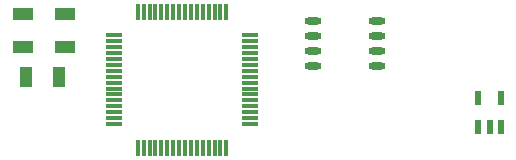
<source format=gtp>
G04*
G04 #@! TF.GenerationSoftware,Altium Limited,Altium Designer,19.1.5 (86)*
G04*
G04 Layer_Color=8421504*
%FSLAX25Y25*%
%MOIN*%
G70*
G01*
G75*
%ADD19R,0.02362X0.04724*%
%ADD20O,0.05709X0.02362*%
%ADD21R,0.07165X0.04016*%
%ADD22R,0.05709X0.01181*%
%ADD23R,0.01181X0.05709*%
%ADD24R,0.04016X0.07165*%
D19*
X189760Y64421D02*
D03*
X197240D02*
D03*
Y54579D02*
D03*
X193500D02*
D03*
X189760D02*
D03*
D20*
X134543Y75000D02*
D03*
Y80000D02*
D03*
Y85000D02*
D03*
Y90000D02*
D03*
X156000D02*
D03*
Y85000D02*
D03*
Y80000D02*
D03*
Y75000D02*
D03*
D21*
X38000Y92350D02*
D03*
Y81327D02*
D03*
X52000Y92512D02*
D03*
Y81488D02*
D03*
D22*
X68362Y85264D02*
D03*
Y83295D02*
D03*
Y81327D02*
D03*
Y79358D02*
D03*
Y77390D02*
D03*
Y75421D02*
D03*
Y73453D02*
D03*
Y71484D02*
D03*
Y69516D02*
D03*
Y67547D02*
D03*
Y65579D02*
D03*
Y63610D02*
D03*
Y61642D02*
D03*
Y59673D02*
D03*
Y57705D02*
D03*
Y55736D02*
D03*
X113638D02*
D03*
Y57705D02*
D03*
Y59673D02*
D03*
Y61642D02*
D03*
Y63610D02*
D03*
Y65579D02*
D03*
Y67547D02*
D03*
Y69516D02*
D03*
Y71484D02*
D03*
Y73453D02*
D03*
Y75421D02*
D03*
Y77390D02*
D03*
Y79358D02*
D03*
Y81327D02*
D03*
Y83295D02*
D03*
Y85264D02*
D03*
D23*
X76236Y47862D02*
D03*
X78205D02*
D03*
X80173D02*
D03*
X82142D02*
D03*
X84110D02*
D03*
X86079D02*
D03*
X88047D02*
D03*
X90016D02*
D03*
X91984D02*
D03*
X93953D02*
D03*
X95921D02*
D03*
X97890D02*
D03*
X99858D02*
D03*
X101827D02*
D03*
X103795D02*
D03*
X105764D02*
D03*
Y93138D02*
D03*
X103795D02*
D03*
X101827D02*
D03*
X99858D02*
D03*
X97890D02*
D03*
X95921D02*
D03*
X93953D02*
D03*
X91984D02*
D03*
X90016D02*
D03*
X88047D02*
D03*
X86079D02*
D03*
X84110D02*
D03*
X82142D02*
D03*
X80173D02*
D03*
X78205D02*
D03*
X76236D02*
D03*
D24*
X38988Y71500D02*
D03*
X50012D02*
D03*
M02*

</source>
